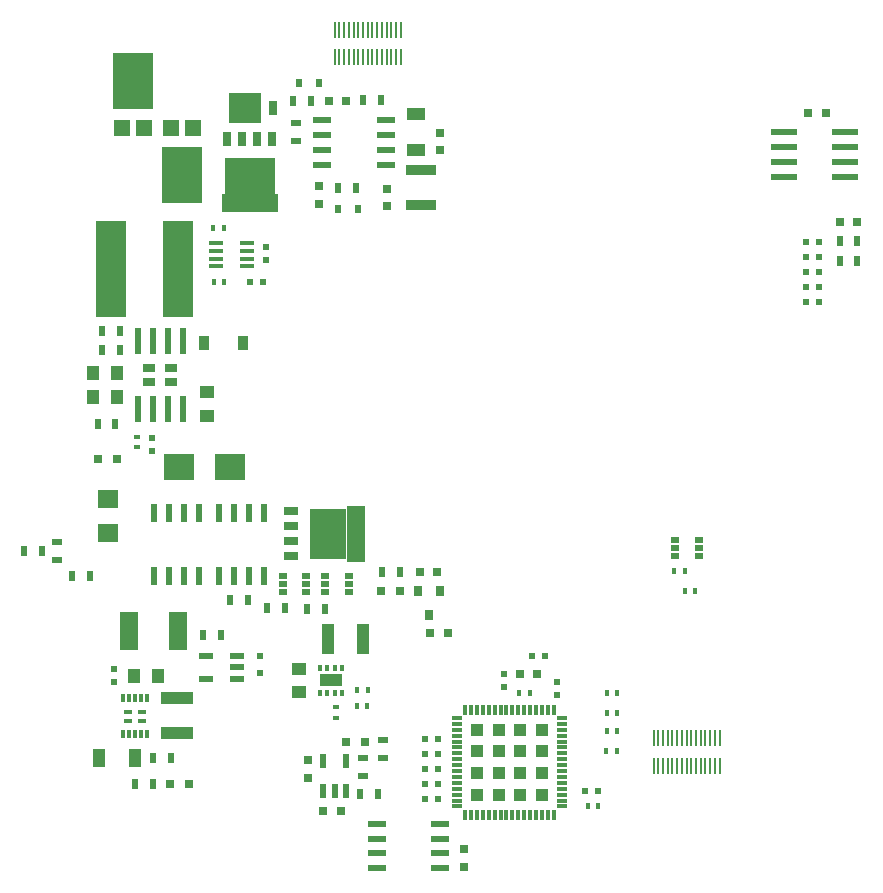
<source format=gbp>
G04 #@! TF.FileFunction,Paste,Bot*
%FSLAX46Y46*%
G04 Gerber Fmt 4.6, Leading zero omitted, Abs format (unit mm)*
G04 Created by KiCad (PCBNEW 4.0.4-stable) date 03/02/17 13:25:27*
%MOMM*%
%LPD*%
G01*
G04 APERTURE LIST*
%ADD10C,0.100000*%
%ADD11R,0.900000X0.500000*%
%ADD12R,0.200000X1.440000*%
%ADD13R,0.300000X0.850000*%
%ADD14R,0.850000X0.300000*%
%ADD15R,1.102500X1.102500*%
%ADD16R,0.400000X0.600000*%
%ADD17R,0.800000X0.750000*%
%ADD18R,3.360000X4.860000*%
%ADD19R,1.390000X1.400000*%
%ADD20R,1.600000X0.600000*%
%ADD21R,0.600000X0.800000*%
%ADD22R,1.549400X0.599440*%
%ADD23R,0.500000X0.900000*%
%ADD24R,1.500000X4.700000*%
%ADD25R,3.100000X4.200000*%
%ADD26R,1.150000X0.700000*%
%ADD27R,2.790000X1.020000*%
%ADD28R,1.000000X1.600000*%
%ADD29R,0.500000X0.600000*%
%ADD30R,0.300000X0.650000*%
%ADD31R,0.744000X0.465000*%
%ADD32R,1.000000X1.250000*%
%ADD33R,2.500000X2.300000*%
%ADD34R,0.750000X0.800000*%
%ADD35R,1.600000X1.000000*%
%ADD36R,0.900000X1.200000*%
%ADD37R,0.550000X0.600000*%
%ADD38R,0.800000X0.800000*%
%ADD39R,2.670000X2.540000*%
%ADD40R,0.762000X1.270000*%
%ADD41R,1.800860X1.597660*%
%ADD42R,1.500000X3.200000*%
%ADD43R,0.548640X1.198880*%
%ADD44R,4.700000X1.500000*%
%ADD45R,4.200000X3.100000*%
%ADD46R,0.700000X1.150000*%
%ADD47R,0.600000X0.400000*%
%ADD48R,1.080000X0.720000*%
%ADD49R,0.600000X2.200000*%
%ADD50R,0.800100X0.500380*%
%ADD51R,1.198880X0.548640*%
%ADD52R,0.599440X1.549400*%
%ADD53R,2.199640X0.599440*%
%ADD54R,1.250000X1.000000*%
%ADD55R,2.600000X8.200000*%
%ADD56R,1.000000X2.500000*%
%ADD57R,0.800000X0.900000*%
%ADD58R,0.600000X0.500000*%
%ADD59R,1.220000X0.400000*%
%ADD60R,2.500000X0.900000*%
%ADD61R,1.900000X1.100000*%
%ADD62R,0.400000X0.500000*%
G04 APERTURE END LIST*
D10*
D11*
X128925000Y-81750000D03*
X128925000Y-83250000D03*
D12*
X159200000Y-136173600D03*
X159200000Y-133833600D03*
X159600000Y-136173600D03*
X159600000Y-133833600D03*
X160000000Y-136173600D03*
X160000000Y-133833600D03*
X160400000Y-136173600D03*
X160400000Y-133833600D03*
X160800000Y-136173600D03*
X160800000Y-133833600D03*
X161200000Y-136173600D03*
X161200000Y-133833600D03*
X161600000Y-136173600D03*
X161600000Y-133833600D03*
X162000000Y-136173600D03*
X162000000Y-133833600D03*
X162400000Y-136173600D03*
X162400000Y-133833600D03*
X162800000Y-136173600D03*
X162800000Y-133833600D03*
X163200000Y-136173600D03*
X163200000Y-133833600D03*
X163600000Y-136173600D03*
X163600000Y-133833600D03*
X164000000Y-136173600D03*
X164000000Y-133833600D03*
X164400000Y-136173600D03*
X164400000Y-133833600D03*
X164800000Y-136173600D03*
X164800000Y-133833600D03*
D13*
X150750000Y-140300000D03*
X150250000Y-140300000D03*
X149750000Y-140300000D03*
X149250000Y-140300000D03*
X148750000Y-140300000D03*
X148250000Y-140300000D03*
X147750000Y-140300000D03*
X147250000Y-140300000D03*
X146750000Y-140300000D03*
X146250000Y-140300000D03*
X145750000Y-140300000D03*
X145250000Y-140300000D03*
X144750000Y-140300000D03*
X144250000Y-140300000D03*
X143750000Y-140300000D03*
X143250000Y-140300000D03*
D14*
X142550000Y-139600000D03*
X142550000Y-139100000D03*
X142550000Y-138600000D03*
X142550000Y-138100000D03*
X142550000Y-137600000D03*
X142550000Y-137100000D03*
X142550000Y-136600000D03*
X142550000Y-136100000D03*
X142550000Y-135600000D03*
X142550000Y-135100000D03*
X142550000Y-134600000D03*
X142550000Y-134100000D03*
X142550000Y-133600000D03*
X142550000Y-133100000D03*
X142550000Y-132600000D03*
X142550000Y-132100000D03*
D13*
X143250000Y-131400000D03*
X143750000Y-131400000D03*
X144250000Y-131400000D03*
X144750000Y-131400000D03*
X145250000Y-131400000D03*
X145750000Y-131400000D03*
X146250000Y-131400000D03*
X146750000Y-131400000D03*
X147250000Y-131400000D03*
X147750000Y-131400000D03*
X148250000Y-131400000D03*
X148750000Y-131400000D03*
X149250000Y-131400000D03*
X149750000Y-131400000D03*
X150250000Y-131400000D03*
X150750000Y-131400000D03*
D14*
X151450000Y-132100000D03*
X151450000Y-132600000D03*
X151450000Y-133100000D03*
X151450000Y-133600000D03*
X151450000Y-134100000D03*
X151450000Y-134600000D03*
X151450000Y-135100000D03*
X151450000Y-135600000D03*
X151450000Y-136100000D03*
X151450000Y-136600000D03*
X151450000Y-137100000D03*
X151450000Y-137600000D03*
X151450000Y-138100000D03*
X151450000Y-138600000D03*
X151450000Y-139100000D03*
X151450000Y-139600000D03*
D15*
X144243750Y-133093750D03*
X146081250Y-133093750D03*
X147918750Y-133093750D03*
X149756250Y-133093750D03*
X144243750Y-134931250D03*
X146081250Y-134931250D03*
X147918750Y-134931250D03*
X149756250Y-134931250D03*
X144243750Y-136768750D03*
X146081250Y-136768750D03*
X147918750Y-136768750D03*
X149756250Y-136768750D03*
X144243750Y-138606250D03*
X146081250Y-138606250D03*
X147918750Y-138606250D03*
X149756250Y-138606250D03*
D16*
X153625000Y-139600000D03*
X154525000Y-139600000D03*
D17*
X147875000Y-128350000D03*
X149375000Y-128350000D03*
D16*
X148750000Y-129975000D03*
X147850000Y-129975000D03*
X156125000Y-133200000D03*
X155225000Y-133200000D03*
X156150000Y-130025000D03*
X155250000Y-130025000D03*
X156100000Y-134900000D03*
X155200000Y-134900000D03*
X156150000Y-131725000D03*
X155250000Y-131725000D03*
D18*
X119300000Y-86125000D03*
D19*
X120220000Y-82143000D03*
X118380000Y-82143000D03*
D20*
X141150000Y-144825000D03*
X135750000Y-144825000D03*
X141150000Y-143575000D03*
X141150000Y-142325000D03*
X141150000Y-141075000D03*
X135750000Y-143575000D03*
X135750000Y-142325000D03*
X135750000Y-141075000D03*
D21*
X129150000Y-78350000D03*
X130850000Y-78350000D03*
D22*
X131135140Y-85305000D03*
X131135140Y-84035000D03*
X131135140Y-82765000D03*
X131135140Y-81495000D03*
X136532640Y-81495000D03*
X136532640Y-82765000D03*
X136532640Y-84035000D03*
X136532640Y-85305000D03*
D23*
X129900000Y-122900000D03*
X131400000Y-122900000D03*
D24*
X133975000Y-116500000D03*
D25*
X131675000Y-116500000D03*
D26*
X128500000Y-118400000D03*
X128500000Y-117130000D03*
X128500000Y-115860000D03*
X128500000Y-114590000D03*
D27*
X118872000Y-133415000D03*
X118872000Y-130429000D03*
D28*
X115268000Y-135509000D03*
X112268000Y-135509000D03*
D29*
X113538000Y-129032000D03*
X113538000Y-127932000D03*
D30*
X116301000Y-133496500D03*
X115801000Y-133496500D03*
X115301000Y-133496500D03*
X114801000Y-133496500D03*
X114301000Y-133496500D03*
X114301000Y-130396500D03*
X114801000Y-130396500D03*
X115301000Y-130396500D03*
X115801000Y-130396500D03*
X116301000Y-130396500D03*
D31*
X114681000Y-131559000D03*
X115921000Y-131559000D03*
X114681000Y-132334000D03*
X115921000Y-132334000D03*
D23*
X116852000Y-135509000D03*
X118352000Y-135509000D03*
D32*
X111776000Y-104907000D03*
X113776000Y-104907000D03*
D33*
X119024000Y-110887000D03*
X123324000Y-110887000D03*
D34*
X129921000Y-135648000D03*
X129921000Y-137148000D03*
D17*
X131215000Y-139954000D03*
X132715000Y-139954000D03*
X173762800Y-80924400D03*
X172262800Y-80924400D03*
D35*
X139075000Y-84000000D03*
X139075000Y-81000000D03*
D34*
X141125000Y-84050000D03*
X141125000Y-82550000D03*
X136625000Y-88800000D03*
X136625000Y-87300000D03*
D17*
X131700000Y-79850000D03*
X133200000Y-79850000D03*
D34*
X130875000Y-88600000D03*
X130875000Y-87100000D03*
D36*
X121159000Y-100387000D03*
X124459000Y-100387000D03*
D37*
X125857000Y-128270000D03*
X125857000Y-126870000D03*
D38*
X134785000Y-134112000D03*
X133185000Y-134112000D03*
X112149000Y-110162000D03*
X113749000Y-110162000D03*
X119837000Y-137668000D03*
X118237000Y-137668000D03*
D21*
X132475000Y-89050000D03*
X134175000Y-89050000D03*
D39*
X124625000Y-80425000D03*
D40*
X126976000Y-80425000D03*
D41*
X113000000Y-116439720D03*
X113000000Y-113600000D03*
D42*
X114750000Y-124725000D03*
X118950000Y-124725000D03*
D43*
X133156960Y-138330940D03*
X132207000Y-138330940D03*
X131257040Y-138330940D03*
X131257040Y-135735060D03*
X133156960Y-135735060D03*
D44*
X125025000Y-88525000D03*
D45*
X125025000Y-86225000D03*
D46*
X123125000Y-83050000D03*
X124395000Y-83050000D03*
X125665000Y-83050000D03*
X126935000Y-83050000D03*
D11*
X108675000Y-117200000D03*
X108675000Y-118700000D03*
D23*
X109950000Y-120125000D03*
X111450000Y-120125000D03*
D47*
X115474000Y-108287000D03*
X115474000Y-109187000D03*
D23*
X105900000Y-117950000D03*
X107400000Y-117950000D03*
X122550000Y-125050000D03*
X121050000Y-125050000D03*
D11*
X136271000Y-135509000D03*
X136271000Y-134009000D03*
D23*
X113624000Y-107237000D03*
X112124000Y-107237000D03*
D11*
X134620000Y-135509000D03*
X134620000Y-137009000D03*
D23*
X128016000Y-122809000D03*
X126516000Y-122809000D03*
X115340000Y-137668000D03*
X116840000Y-137668000D03*
X136250000Y-119725000D03*
X137750000Y-119725000D03*
X123350000Y-122100000D03*
X124850000Y-122100000D03*
X132525000Y-87200000D03*
X134025000Y-87200000D03*
X134625000Y-79800000D03*
X136125000Y-79800000D03*
X128700000Y-79850000D03*
X130200000Y-79850000D03*
D48*
X116524000Y-102487000D03*
X116524000Y-103687000D03*
X118324000Y-102487000D03*
D49*
X119329000Y-105962000D03*
X118059000Y-105962000D03*
X116789000Y-105962000D03*
X115519000Y-105962000D03*
X115519000Y-100212000D03*
X116789000Y-100212000D03*
X118059000Y-100212000D03*
X119329000Y-100212000D03*
D48*
X118324000Y-103687000D03*
D50*
X133401520Y-120099520D03*
X131400000Y-120749760D03*
X133401520Y-121400000D03*
X133401520Y-120749760D03*
X131400000Y-121400000D03*
X131400000Y-120099520D03*
D51*
X123922940Y-126875040D03*
X123922940Y-127825000D03*
X123922940Y-128774960D03*
X121327060Y-128774960D03*
X121327060Y-126875040D03*
D52*
X120744000Y-120118860D03*
X119474000Y-120118860D03*
X118204000Y-120118860D03*
X116934000Y-120118860D03*
X116934000Y-114721360D03*
X118204000Y-114721360D03*
X119474000Y-114721360D03*
X120744000Y-114721360D03*
D50*
X129801520Y-120099520D03*
X127800000Y-120749760D03*
X129801520Y-121400000D03*
X129801520Y-120749760D03*
X127800000Y-121400000D03*
X127800000Y-120099520D03*
D52*
X126205000Y-120118860D03*
X124935000Y-120118860D03*
X123665000Y-120118860D03*
X122395000Y-120118860D03*
X122395000Y-114721360D03*
X123665000Y-114721360D03*
X124935000Y-114721360D03*
X126205000Y-114721360D03*
D53*
X175427640Y-82499200D03*
X175427640Y-83769200D03*
X175427640Y-85039200D03*
X175427640Y-86309200D03*
X170230800Y-86309200D03*
X170230800Y-85039200D03*
X170230800Y-83769200D03*
X170230800Y-82499200D03*
D32*
X117221000Y-128524000D03*
X115221000Y-128524000D03*
D29*
X116774000Y-108387000D03*
X116774000Y-109487000D03*
D54*
X121412000Y-104521000D03*
X121412000Y-106521000D03*
D32*
X111776000Y-102870000D03*
X113776000Y-102870000D03*
D55*
X113300000Y-94100000D03*
X118900000Y-94100000D03*
D23*
X112534000Y-99314000D03*
X114034000Y-99314000D03*
X114034000Y-100965000D03*
X112534000Y-100965000D03*
D17*
X176470448Y-90076400D03*
X174970448Y-90076400D03*
D23*
X174970448Y-93378400D03*
X176470448Y-93378400D03*
X174970448Y-91702000D03*
X176470448Y-91702000D03*
D54*
X129225000Y-129950000D03*
X129225000Y-127950000D03*
D56*
X134620000Y-125425000D03*
X131620000Y-125425000D03*
D34*
X143125000Y-143200000D03*
X143125000Y-144700000D03*
D16*
X134990000Y-129718000D03*
X134090000Y-129718000D03*
X134979000Y-131115000D03*
X134079000Y-131115000D03*
D47*
X132325000Y-132075000D03*
X132325000Y-131175000D03*
D17*
X141800000Y-124900000D03*
X140300000Y-124900000D03*
X140900000Y-119775000D03*
X139400000Y-119775000D03*
D38*
X136100000Y-121375000D03*
X137700000Y-121375000D03*
D16*
X161824200Y-119630930D03*
X160924200Y-119630930D03*
X161824200Y-121330930D03*
X162724200Y-121330930D03*
D57*
X139250000Y-121375000D03*
X141150000Y-121375000D03*
X140200000Y-123375000D03*
D50*
X161015680Y-118353840D03*
X163017200Y-117703600D03*
X161015680Y-117053360D03*
X161015680Y-117703600D03*
X163017200Y-117053360D03*
X163017200Y-118353840D03*
D18*
X115150000Y-78150000D03*
D19*
X114230000Y-82132000D03*
X116070000Y-82132000D03*
D23*
X135890000Y-138557000D03*
X134390000Y-138557000D03*
D29*
X126400000Y-92200000D03*
X126400000Y-93300000D03*
D58*
X125050000Y-95200000D03*
X126150000Y-95200000D03*
D16*
X122850000Y-95200000D03*
X121950000Y-95200000D03*
X121900000Y-90600000D03*
X122800000Y-90600000D03*
D59*
X124810000Y-91925000D03*
X124810000Y-92575000D03*
X124810000Y-93225000D03*
X124810000Y-93875000D03*
X122190000Y-93875000D03*
X122190000Y-93225000D03*
X122190000Y-92575000D03*
X122190000Y-91925000D03*
D60*
X139525000Y-85750000D03*
X139525000Y-88650000D03*
D58*
X173228000Y-91846400D03*
X172128000Y-91846400D03*
X173228000Y-96926400D03*
X172128000Y-96926400D03*
X173228000Y-95656400D03*
X172128000Y-95656400D03*
X173228000Y-94386400D03*
X172128000Y-94386400D03*
X173228000Y-93116400D03*
X172128000Y-93116400D03*
D12*
X137802200Y-73833600D03*
X137802200Y-76173600D03*
X137402200Y-73833600D03*
X137402200Y-76173600D03*
X137002200Y-73833600D03*
X137002200Y-76173600D03*
X136602200Y-73833600D03*
X136602200Y-76173600D03*
X136202200Y-73833600D03*
X136202200Y-76173600D03*
X135802200Y-73833600D03*
X135802200Y-76173600D03*
X135402200Y-73833600D03*
X135402200Y-76173600D03*
X135002200Y-73833600D03*
X135002200Y-76173600D03*
X134602200Y-73833600D03*
X134602200Y-76173600D03*
X134202200Y-73833600D03*
X134202200Y-76173600D03*
X133802200Y-73833600D03*
X133802200Y-76173600D03*
X133402200Y-73833600D03*
X133402200Y-76173600D03*
X133002200Y-73833600D03*
X133002200Y-76173600D03*
X132602200Y-73833600D03*
X132602200Y-76173600D03*
X132202200Y-73833600D03*
X132202200Y-76173600D03*
D29*
X146500000Y-128375000D03*
X146500000Y-129475000D03*
D58*
X140950000Y-133875000D03*
X139850000Y-133875000D03*
X148900000Y-126875000D03*
X150000000Y-126875000D03*
X140950000Y-135150000D03*
X139850000Y-135150000D03*
X153425000Y-138300000D03*
X154525000Y-138300000D03*
X140950000Y-136425000D03*
X139850000Y-136425000D03*
X140950000Y-137700000D03*
X139850000Y-137700000D03*
X140950000Y-138975000D03*
X139850000Y-138975000D03*
D29*
X151050000Y-130125000D03*
X151050000Y-129025000D03*
D61*
X131905000Y-128924244D03*
D62*
X132855000Y-129974244D03*
X132230000Y-129974244D03*
X131580000Y-129974244D03*
X130955000Y-129974244D03*
X130955000Y-127874244D03*
X131580000Y-127874244D03*
X132230000Y-127874244D03*
X132855000Y-127874244D03*
M02*

</source>
